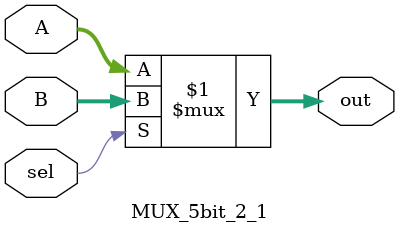
<source format=v>
module MUX_5bit_2_1 (
	input [4:0]A, B,
	input sel,
	output [4:0]out
);

assign out = sel ? B : A;

endmodule
</source>
